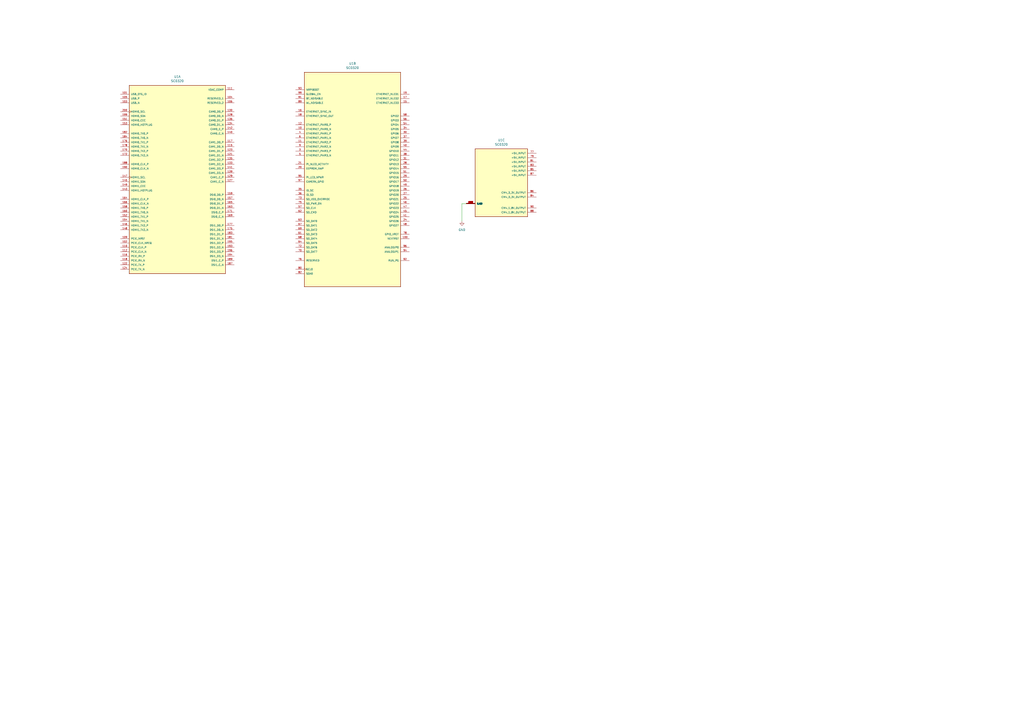
<source format=kicad_sch>
(kicad_sch (version 20211123) (generator eeschema)
  (paper "A2")
  (lib_symbols
    (symbol "Rolling_Custom:SC0320" (pin_names (offset 1.016))
      (property "Reference" "U" (at -13.97 22.86 0))
      (property "Value" "SC0320" (at -13.97 -19.05 0))
      (symbol "SC0320_1_0"
        (rectangle (start -27.94 -53.34) (end 27.94 55.88) (stroke (width 0.254)) (fill (type background)))
        (pin input line (at -33.02 50.8 0) (length 5.08) (name "USB_OTG_ID") (number "101"))
        (pin bidirectional line (at -33.02 -35.56 0) (length 5.08) (name "PCIE_CLK_NREQ") (number "102"))
        (pin bidirectional line (at -33.02 45.72 0) (length 5.08) (name "USB_N") (number "103"))
        (pin bidirectional line (at 33.02 48.26 180) (length 5.08) (name "RESERVED_1") (number "104"))
        (pin bidirectional line (at -33.02 48.26 0) (length 5.08) (name "USB_P") (number "105"))
        (pin bidirectional line (at 33.02 45.72 180) (length 5.08) (name "RESERVED_2") (number "106"))
        (pin input line (at -33.02 -33.02 0) (length 5.08) (name "PCIE_NRST") (number "109"))
        (pin output line (at -33.02 -38.1 0) (length 5.08) (name "PCIE_CLK_P") (number "110"))
        (pin bidirectional line (at 33.02 53.34 180) (length 5.08) (name "VDAC_COMP") (number "111"))
        (pin output line (at -33.02 -40.64 0) (length 5.08) (name "PCIE_CLK_N") (number "112"))
        (pin input line (at 33.02 20.32 180) (length 5.08) (name "CAM1_D0_N") (number "115"))
        (pin input line (at -33.02 -43.18 0) (length 5.08) (name "PCIE_RX_P") (number "116"))
        (pin input line (at 33.02 22.86 180) (length 5.08) (name "CAM1_D0_P") (number "117"))
        (pin input line (at -33.02 -45.72 0) (length 5.08) (name "PCIE_RX_N") (number "118"))
        (pin input line (at 33.02 15.24 180) (length 5.08) (name "CAM1_D1_N") (number "121"))
        (pin output line (at -33.02 -48.26 0) (length 5.08) (name "PCIE_TX_P") (number "122"))
        (pin input line (at 33.02 17.78 180) (length 5.08) (name "CAM1_D1_P") (number "123"))
        (pin output line (at -33.02 -50.8 0) (length 5.08) (name "PCIE_TX_N") (number "124"))
        (pin input line (at 33.02 0 180) (length 5.08) (name "CAM1_C_N") (number "127"))
        (pin input line (at 33.02 38.1 180) (length 5.08) (name "CAM0_D0_N") (number "128"))
        (pin input line (at 33.02 2.54 180) (length 5.08) (name "CAM1_C_P") (number "129"))
        (pin input line (at 33.02 40.64 180) (length 5.08) (name "CAM0_D0_P") (number "130"))
        (pin input line (at 33.02 10.16 180) (length 5.08) (name "CAM1_D2_N") (number "133"))
        (pin input line (at 33.02 33.02 180) (length 5.08) (name "CAM0_D1_N") (number "134"))
        (pin input line (at 33.02 12.7 180) (length 5.08) (name "CAM1_D2_P") (number "135"))
        (pin input line (at 33.02 35.56 180) (length 5.08) (name "CAM0_D1_P") (number "136"))
        (pin input line (at 33.02 5.08 180) (length 5.08) (name "CAM1_D3_N") (number "139"))
        (pin input line (at 33.02 27.94 180) (length 5.08) (name "CAM0_C_N") (number "140"))
        (pin input line (at 33.02 7.62 180) (length 5.08) (name "CAM1_D3_P") (number "141"))
        (pin input line (at 33.02 30.48 180) (length 5.08) (name "CAM0_C_P") (number "142"))
        (pin input line (at -33.02 -5.08 0) (length 5.08) (name "HDMI1_HOTPLUG") (number "143"))
        (pin bidirectional line (at -33.02 0 0) (length 5.08) (name "HDMI1_SDA") (number "145"))
        (pin output line (at -33.02 -25.4 0) (length 5.08) (name "HDMI1_TX2_P") (number "146"))
        (pin input clock (at -33.02 2.54 0) (length 5.08) (name "HDMI1_SCL") (number "147"))
        (pin output line (at -33.02 -27.94 0) (length 5.08) (name "HDMI1_TX2_N") (number "148"))
        (pin input line (at -33.02 -2.54 0) (length 5.08) (name "HDMI1_CEC") (number "149"))
        (pin input line (at -33.02 35.56 0) (length 5.08) (name "HDMI0_CEC") (number "151"))
        (pin output line (at -33.02 -20.32 0) (length 5.08) (name "HDMI1_TX1_P") (number "152"))
        (pin input line (at -33.02 33.02 0) (length 5.08) (name "HDMI0_HOTPLUG") (number "153"))
        (pin output line (at -33.02 -22.86 0) (length 5.08) (name "HDMI1_TX1_N") (number "154"))
        (pin output line (at 33.02 -10.16 180) (length 5.08) (name "DSI0_D0_N") (number "157"))
        (pin output line (at -33.02 -15.24 0) (length 5.08) (name "HDMI1_TX0_P") (number "158"))
        (pin output line (at 33.02 -7.62 180) (length 5.08) (name "DSI0_D0_P") (number "159"))
        (pin output line (at -33.02 -17.78 0) (length 5.08) (name "HDMI1_TX0_N") (number "160"))
        (pin output line (at 33.02 -15.24 180) (length 5.08) (name "DSI0_D1_N") (number "163"))
        (pin output line (at -33.02 -10.16 0) (length 5.08) (name "HDMI1_CLK_P") (number "164"))
        (pin output line (at 33.02 -12.7 180) (length 5.08) (name "DSI0_D1_P") (number "165"))
        (pin output line (at -33.02 -12.7 0) (length 5.08) (name "HDMI1_CLK_N") (number "166"))
        (pin output line (at 33.02 -20.32 180) (length 5.08) (name "DSI0_C_N") (number "169"))
        (pin output line (at -33.02 17.78 0) (length 5.08) (name "HDMI0_TX2_P") (number "170"))
        (pin output line (at 33.02 -17.78 180) (length 5.08) (name "DSI0_C_P") (number "171"))
        (pin output line (at -33.02 15.24 0) (length 5.08) (name "HDMI0_TX2_N") (number "172"))
        (pin output line (at 33.02 -27.94 180) (length 5.08) (name "DSI1_D0_N") (number "175"))
        (pin output line (at -33.02 22.86 0) (length 5.08) (name "HDMI0_TX1_P") (number "176"))
        (pin output line (at 33.02 -25.4 180) (length 5.08) (name "DSI1_D0_P") (number "177"))
        (pin output line (at -33.02 20.32 0) (length 5.08) (name "HDMI0_TX1_N") (number "178"))
        (pin output line (at 33.02 -33.02 180) (length 5.08) (name "DSI1_D1_N") (number "181"))
        (pin output line (at -33.02 27.94 0) (length 5.08) (name "HDMI0_TX0_P") (number "182"))
        (pin output line (at 33.02 -30.48 180) (length 5.08) (name "DSI1_D1_P") (number "183"))
        (pin output line (at -33.02 25.4 0) (length 5.08) (name "HDMI0_TX0_N") (number "184"))
        (pin output line (at 33.02 -48.26 180) (length 5.08) (name "DSI1_C_N") (number "187"))
        (pin bidirectional line (at -33.02 10.16 0) (length 5.08) (name "HDMI0_CLK_P") (number "188"))
        (pin output line (at 33.02 -45.72 180) (length 5.08) (name "DSI1_C_P") (number "189"))
        (pin bidirectional line (at -33.02 7.62 0) (length 5.08) (name "HDMI0_CLK_N") (number "190"))
        (pin output line (at 33.02 -38.1 180) (length 5.08) (name "DSI1_D2_N") (number "193"))
        (pin output line (at 33.02 -43.18 180) (length 5.08) (name "DSI1_D3_N") (number "194"))
        (pin output line (at 33.02 -35.56 180) (length 5.08) (name "DSI1_D2_P") (number "195"))
        (pin output line (at 33.02 -40.64 180) (length 5.08) (name "DSI1_D3_P") (number "196"))
        (pin bidirectional line (at -33.02 38.1 0) (length 5.08) (name "HDMI0_SDA") (number "199"))
        (pin input clock (at -33.02 40.64 0) (length 5.08) (name "HDMI0_SCL") (number "200"))
      )
      (symbol "SC0320_2_0"
        (rectangle (start -27.94 -58.42) (end 27.94 66.04) (stroke (width 0.254)) (fill (type background)))
        (pin bidirectional line (at -33.02 33.02 0) (length 5.08) (name "ETHERNET_PAIR0_N") (number "10"))
        (pin output line (at 33.02 -30.48 180) (length 5.08) (name "NEXTRST") (number "100"))
        (pin bidirectional line (at -33.02 25.4 0) (length 5.08) (name "ETHERNET_PAIR2_P") (number "11"))
        (pin bidirectional line (at -33.02 35.56 0) (length 5.08) (name "ETHERNET_PAIR0_P") (number "12"))
        (pin output line (at 33.02 48.26 180) (length 5.08) (name "ETHERNET_NLED3") (number "15"))
        (pin input line (at -33.02 43.18 0) (length 5.08) (name "ETHERNET_SYNC_IN") (number "16"))
        (pin output line (at 33.02 50.8 180) (length 5.08) (name "ETHERNET_NLED2") (number "17"))
        (pin output line (at -33.02 40.64 0) (length 5.08) (name "ETHERNET_SYNC_OUT") (number "18"))
        (pin output line (at 33.02 53.34 180) (length 5.08) (name "ETHERNET_NLED1") (number "19"))
        (pin passive line (at -33.02 10.16 0) (length 5.08) (name "EEPROM_NWP") (number "20"))
        (pin bidirectional line (at -33.02 12.7 0) (length 5.08) (name "PI_NLED_ACTIVITY") (number "21"))
        (pin bidirectional line (at 33.02 -20.32 180) (length 5.08) (name "GPIO26") (number "24"))
        (pin bidirectional line (at 33.02 -7.62 180) (length 5.08) (name "GPIO21") (number "25"))
        (pin bidirectional line (at 33.02 -2.54 180) (length 5.08) (name "GPIO19") (number "26"))
        (pin bidirectional line (at 33.02 -5.08 180) (length 5.08) (name "GPIO20") (number "27"))
        (pin bidirectional line (at 33.02 12.7 180) (length 5.08) (name "GPIO13") (number "28"))
        (pin bidirectional line (at 33.02 5.08 180) (length 5.08) (name "GPIO16") (number "29"))
        (pin bidirectional line (at -33.02 20.32 0) (length 5.08) (name "ETHERNET_PAIR3_P") (number "3"))
        (pin bidirectional line (at 33.02 30.48 180) (length 5.08) (name "GPIO6") (number "30"))
        (pin bidirectional line (at 33.02 15.24 180) (length 5.08) (name "GPIO12") (number "31"))
        (pin bidirectional line (at 33.02 33.02 180) (length 5.08) (name "GPIO5") (number "34"))
        (pin bidirectional line (at -33.02 -2.54 0) (length 5.08) (name "ID_SC") (number "35"))
        (pin bidirectional line (at -33.02 -5.08 0) (length 5.08) (name "ID_SD") (number "36"))
        (pin bidirectional line (at 33.02 27.94 180) (length 5.08) (name "GPIO7") (number "37"))
        (pin bidirectional line (at 33.02 17.78 180) (length 5.08) (name "GPIO11") (number "38"))
        (pin bidirectional line (at 33.02 25.4 180) (length 5.08) (name "GPIO8") (number "39"))
        (pin bidirectional line (at -33.02 30.48 0) (length 5.08) (name "ETHERNET_PAIR1_P") (number "4"))
        (pin bidirectional line (at 33.02 22.86 180) (length 5.08) (name "GPIO9") (number "40"))
        (pin bidirectional line (at 33.02 -17.78 180) (length 5.08) (name "GPIO25") (number "41"))
        (pin bidirectional line (at 33.02 20.32 180) (length 5.08) (name "GPIO10") (number "44"))
        (pin bidirectional line (at 33.02 -15.24 180) (length 5.08) (name "GPIO24") (number "45"))
        (pin bidirectional line (at 33.02 -10.16 180) (length 5.08) (name "GPIO22") (number "46"))
        (pin bidirectional line (at 33.02 -12.7 180) (length 5.08) (name "GPIO23") (number "47"))
        (pin bidirectional line (at 33.02 -22.86 180) (length 5.08) (name "GPIO27") (number "48"))
        (pin bidirectional line (at 33.02 0 180) (length 5.08) (name "GPIO18") (number "49"))
        (pin bidirectional line (at -33.02 17.78 0) (length 5.08) (name "ETHERNET_PAIR3_N") (number "5"))
        (pin bidirectional line (at 33.02 2.54 180) (length 5.08) (name "GPIO17") (number "50"))
        (pin bidirectional line (at 33.02 7.62 180) (length 5.08) (name "GPIO15") (number "51"))
        (pin bidirectional line (at 33.02 35.56 180) (length 5.08) (name "GPIO4") (number "54"))
        (pin bidirectional line (at 33.02 10.16 180) (length 5.08) (name "GPIO14") (number "55"))
        (pin bidirectional line (at 33.02 38.1 180) (length 5.08) (name "GPIO3") (number "56"))
        (pin bidirectional line (at -33.02 -12.7 0) (length 5.08) (name "SD_CLK") (number "57"))
        (pin bidirectional line (at 33.02 40.64 180) (length 5.08) (name "GPIO2") (number "58"))
        (pin bidirectional line (at -33.02 27.94 0) (length 5.08) (name "ETHERNET_PAIR1_N") (number "6"))
        (pin bidirectional line (at -33.02 -27.94 0) (length 5.08) (name "SD_DAT3") (number "61"))
        (pin bidirectional line (at -33.02 -15.24 0) (length 5.08) (name "SD_CMD") (number "62"))
        (pin bidirectional line (at -33.02 -20.32 0) (length 5.08) (name "SD_DAT0") (number "63"))
        (pin bidirectional line (at -33.02 -33.02 0) (length 5.08) (name "SD_DAT5") (number "64"))
        (pin bidirectional line (at -33.02 -22.86 0) (length 5.08) (name "SD_DAT1") (number "67"))
        (pin bidirectional line (at -33.02 -30.48 0) (length 5.08) (name "SD_DAT4") (number "68"))
        (pin bidirectional line (at -33.02 -25.4 0) (length 5.08) (name "SD_DAT2") (number "69"))
        (pin bidirectional line (at -33.02 -38.1 0) (length 5.08) (name "SD_DAT7") (number "70"))
        (pin bidirectional line (at -33.02 -35.56 0) (length 5.08) (name "SD_DAT6") (number "72"))
        (pin bidirectional line (at -33.02 -7.62 0) (length 5.08) (name "SD_VDD_OVERRIDE") (number "73"))
        (pin bidirectional line (at -33.02 -10.16 0) (length 5.08) (name "SD_PWR_ON") (number "75"))
        (pin bidirectional line (at -33.02 -43.18 0) (length 5.08) (name "RESERVED") (number "76"))
        (pin bidirectional line (at 33.02 -27.94 180) (length 5.08) (name "GPIO_VREF") (number "78"))
        (pin bidirectional clock (at -33.02 -48.26 0) (length 5.08) (name "SCL0") (number "80"))
        (pin bidirectional line (at -33.02 -50.8 0) (length 5.08) (name "SDA0") (number "82"))
        (pin input line (at -33.02 48.26 0) (length 5.08) (name "WL_NDISABLE") (number "89"))
        (pin bidirectional line (at -33.02 22.86 0) (length 5.08) (name "ETHERNET_PAIR2_N") (number "9"))
        (pin input line (at -33.02 50.8 0) (length 5.08) (name "BT_NDISABLE") (number "91"))
        (pin bidirectional line (at 33.02 -43.18 180) (length 5.08) (name "RUN_PG") (number "92"))
        (pin input line (at -33.02 55.88 0) (length 5.08) (name "NRPIBOOT") (number "93"))
        (pin input line (at 33.02 -38.1 180) (length 5.08) (name "ANALOGIP1") (number "94"))
        (pin bidirectional line (at -33.02 5.08 0) (length 5.08) (name "PI_LED_NPWR") (number "95"))
        (pin input line (at 33.02 -35.56 180) (length 5.08) (name "ANALOGIP0") (number "96"))
        (pin bidirectional line (at -33.02 2.54 0) (length 5.08) (name "CAMERA_GPIO") (number "97"))
        (pin input line (at -33.02 53.34 0) (length 5.08) (name "GLOBAL_EN") (number "99"))
      )
      (symbol "SC0320_3_0"
        (rectangle (start -13.97 22.86) (end 16.51 -16.51) (stroke (width 0.254)) (fill (type background)))
        (pin power_in line (at -19.05 -8.89 0) (length 5.08) (name "GND") (number "1"))
        (pin power_in line (at -19.05 -8.89 0) (length 5.08) (name "GND") (number "107"))
        (pin power_in line (at -19.05 -8.89 0) (length 5.08) (name "GND") (number "108"))
        (pin power_in line (at -19.05 -8.89 0) (length 5.08) (name "GND") (number "113"))
        (pin power_in line (at -19.05 -8.89 0) (length 5.08) (name "GND") (number "114"))
        (pin power_in line (at -19.05 -8.89 0) (length 5.08) (name "GND") (number "119"))
        (pin power_in line (at -19.05 -8.89 0) (length 5.08) (name "GND") (number "120"))
        (pin power_in line (at -19.05 -8.89 0) (length 5.08) (name "GND") (number "125"))
        (pin power_in line (at -19.05 -8.89 0) (length 5.08) (name "GND") (number "126"))
        (pin power_in line (at -19.05 -8.89 0) (length 5.08) (name "GND") (number "13"))
        (pin power_in line (at -19.05 -8.89 0) (length 5.08) (name "GND") (number "131"))
        (pin power_in line (at -19.05 -8.89 0) (length 5.08) (name "GND") (number "132"))
        (pin power_in line (at -19.05 -8.89 0) (length 5.08) (name "GND") (number "137"))
        (pin power_in line (at -19.05 -8.89 0) (length 5.08) (name "GND") (number "138"))
        (pin power_in line (at -19.05 -8.89 0) (length 5.08) (name "GND") (number "14"))
        (pin power_in line (at -19.05 -8.89 0) (length 5.08) (name "GND") (number "144"))
        (pin power_in line (at -19.05 -8.89 0) (length 5.08) (name "GND") (number "150"))
        (pin power_in line (at -19.05 -8.89 0) (length 5.08) (name "GND") (number "155"))
        (pin power_in line (at -19.05 -8.89 0) (length 5.08) (name "GND") (number "156"))
        (pin power_in line (at -19.05 -8.89 0) (length 5.08) (name "GND") (number "161"))
        (pin power_in line (at -19.05 -8.89 0) (length 5.08) (name "GND") (number "162"))
        (pin power_in line (at -19.05 -8.89 0) (length 5.08) (name "GND") (number "167"))
        (pin power_in line (at -19.05 -8.89 0) (length 5.08) (name "GND") (number "168"))
        (pin power_in line (at -19.05 -8.89 0) (length 5.08) (name "GND") (number "173"))
        (pin power_in line (at -19.05 -8.89 0) (length 5.08) (name "GND") (number "174"))
        (pin power_in line (at -19.05 -8.89 0) (length 5.08) (name "GND") (number "179"))
        (pin power_in line (at -19.05 -8.89 0) (length 5.08) (name "GND") (number "180"))
        (pin power_in line (at -19.05 -8.89 0) (length 5.08) (name "GND") (number "185"))
        (pin power_in line (at -19.05 -8.89 0) (length 5.08) (name "GND") (number "186"))
        (pin power_in line (at -19.05 -8.89 0) (length 5.08) (name "GND") (number "191"))
        (pin power_in line (at -19.05 -8.89 0) (length 5.08) (name "GND") (number "192"))
        (pin power_in line (at -19.05 -8.89 0) (length 5.08) (name "GND") (number "197"))
        (pin power_in line (at -19.05 -8.89 0) (length 5.08) (name "GND") (number "198"))
        (pin power_in line (at -19.05 -8.89 0) (length 5.08) (name "GND") (number "2"))
        (pin power_in line (at -19.05 -8.89 0) (length 5.08) (name "GND") (number "22"))
        (pin power_in line (at -19.05 -8.89 0) (length 5.08) (name "GND") (number "23"))
        (pin power_in line (at -19.05 -8.89 0) (length 5.08) (name "GND") (number "32"))
        (pin power_in line (at -19.05 -8.89 0) (length 5.08) (name "GND") (number "33"))
        (pin power_in line (at -19.05 -8.89 0) (length 5.08) (name "GND") (number "42"))
        (pin power_in line (at -19.05 -8.89 0) (length 5.08) (name "GND") (number "43"))
        (pin power_in line (at -19.05 -8.89 0) (length 5.08) (name "GND") (number "52"))
        (pin power_in line (at -19.05 -8.89 0) (length 5.08) (name "GND") (number "53"))
        (pin power_in line (at -19.05 -8.89 0) (length 5.08) (name "GND") (number "59"))
        (pin power_in line (at -19.05 -8.89 0) (length 5.08) (name "GND") (number "60"))
        (pin power_in line (at -19.05 -8.89 0) (length 5.08) (name "GND") (number "65"))
        (pin power_in line (at -19.05 -8.89 0) (length 5.08) (name "GND") (number "66"))
        (pin power_in line (at -19.05 -8.89 0) (length 5.08) (name "GND") (number "7"))
        (pin power_in line (at -19.05 -8.89 0) (length 5.08) (name "GND") (number "71"))
        (pin power_in line (at -19.05 -8.89 0) (length 5.08) (name "GND") (number "74"))
        (pin power_in line (at 21.59 20.32 180) (length 5.08) (name "+5V_INPUT") (number "77"))
        (pin power_in line (at 21.59 17.78 180) (length 5.08) (name "+5V_INPUT") (number "79"))
        (pin power_in line (at -19.05 -8.89 0) (length 5.08) (name "GND") (number "8"))
        (pin power_in line (at 21.59 15.24 180) (length 5.08) (name "+5V_INPUT") (number "81"))
        (pin power_in line (at 21.59 12.7 180) (length 5.08) (name "+5V_INPUT") (number "83"))
        (pin power_in line (at 21.59 -5.08 180) (length 5.08) (name "CM4_3_3V_OUTPUT") (number "84"))
        (pin power_in line (at 21.59 10.16 180) (length 5.08) (name "+5V_INPUT") (number "85"))
        (pin power_in line (at 21.59 -2.54 180) (length 5.08) (name "CM4_3_3V_OUTPUT") (number "86"))
        (pin power_in line (at 21.59 7.62 180) (length 5.08) (name "+5V_INPUT") (number "87"))
        (pin power_in line (at 21.59 -13.97 180) (length 5.08) (name "CM4_1_8V_OUTPUT") (number "88"))
        (pin power_in line (at 21.59 -11.43 180) (length 5.08) (name "CM4_1_8V_OUTPUT") (number "90"))
        (pin power_in line (at -19.05 -8.89 0) (length 5.08) (name "GND") (number "98"))
      )
    )
    (symbol "power:GND" (power) (pin_names (offset 0))
      (property "Value" "GND" (at 0 -3.81 0))
      (symbol "GND_0_1"
        (polyline (pts (xy 0 0) (xy 0 -1.27) (xy 1.27 -1.27) (xy 0 -2.54) (xy -1.27 -1.27) (xy 0 -1.27)))
      )
      (symbol "GND_1_1"
        (pin power_in line (at 0 0 270) (length 0) hide (name "GND") (number "1"))
      )
    )
  )
  (wire (pts (xy 267.97 118.11) (xy 270.51 118.11)))
  (wire (pts (xy 267.97 128.27) (xy 267.97 118.11)))
  (symbol (lib_id "Rolling_Custom:SC0320") (at 289.56 109.22 0) (unit 3)
    (property "Reference" "U1" (at 290.83 81.28 0))
    (property "Value" "SC0320" (at 290.83 83.82 0))
    (property "Footprint" "Rolling_Custom:Raspberry-Pi-4-Compute-Module" (effects hide))
    (property "MANUFACTURER" "Raspberry Pi" (effects hide))
    (property "PARTREV" "2020-12-17" (effects hide))
    (property "STANDARD" "Manufacturer Recommendations" (effects hide))
  )
  (symbol (lib_id "power:GND") (at 267.97 128.27 0) (mirror y) (unit 1)
    (property "Reference" "#PWR0101" (effects hide))
    (property "Value" "GND" (at 267.97 133.35 0))
  )
  (symbol (lib_id "Rolling_Custom:SC0320") (at 204.47 107.95 0) (unit 2)
    (property "Reference" "U1" (at 204.47 36.83 0))
    (property "Value" "SC0320" (at 204.47 39.37 0))
    (property "Footprint" "Rolling_Custom:Raspberry-Pi-4-Compute-Module" (effects hide))
    (property "MANUFACTURER" "Raspberry Pi" (effects hide))
    (property "PARTREV" "2020-12-17" (effects hide))
    (property "STANDARD" "Manufacturer Recommendations" (effects hide))
  )
  (symbol (lib_id "Rolling_Custom:SC0320") (at 102.87 105.41 0) (unit 1)
    (property "Reference" "U1" (at 102.87 44.45 0))
    (property "Value" "SC0320" (at 102.87 46.99 0))
    (property "Footprint" "Rolling_Custom:Raspberry-Pi-4-Compute-Module" (effects hide))
    (property "MANUFACTURER" "Raspberry Pi" (effects hide))
    (property "PARTREV" "2020-12-17" (effects hide))
    (property "STANDARD" "Manufacturer Recommendations" (effects hide))
  )
)
</source>
